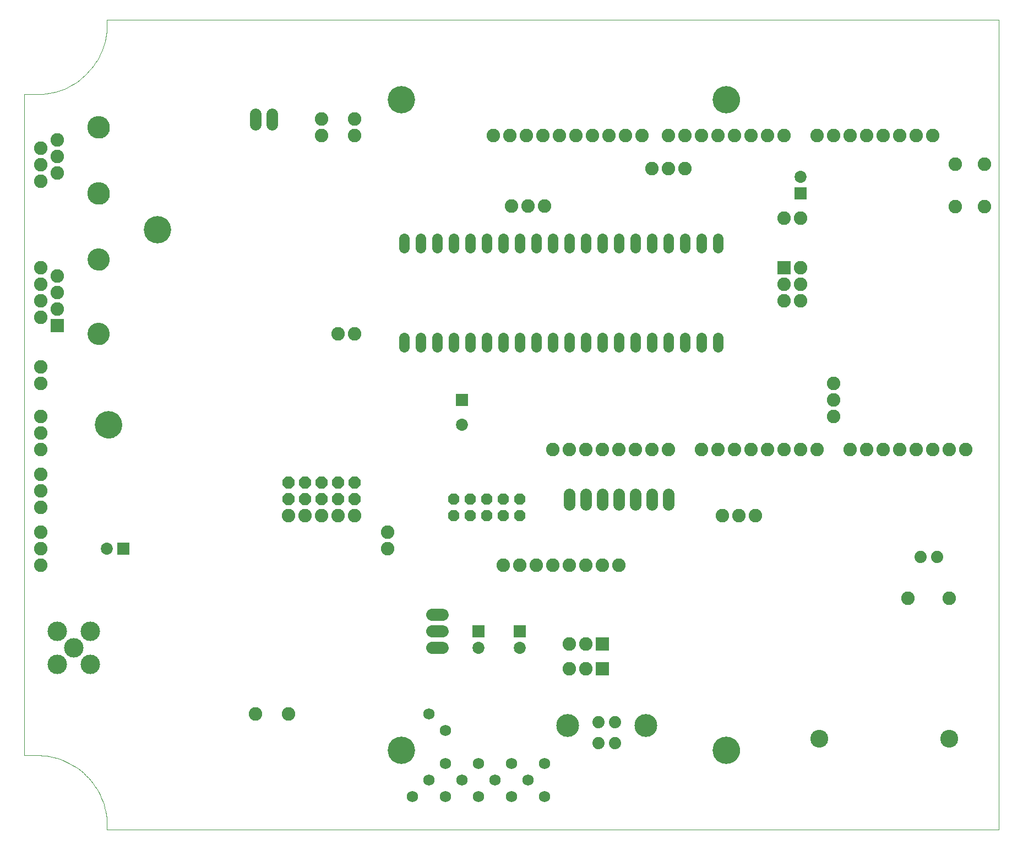
<source format=gbs>
G75*
G70*
%OFA0B0*%
%FSLAX24Y24*%
%IPPOS*%
%LPD*%
%AMOC8*
5,1,8,0,0,1.08239X$1,22.5*
%
%ADD10C,0.0640*%
%ADD11C,0.0820*%
%ADD12C,0.0740*%
%ADD13C,0.1386*%
%ADD14R,0.0730X0.0730*%
%ADD15C,0.0730*%
%ADD16C,0.1080*%
%ADD17OC8,0.0680*%
%ADD18C,0.0714*%
%ADD19R,0.0820X0.0820*%
%ADD20C,0.0720*%
%ADD21C,0.1180*%
%ADD22OC8,0.0720*%
%ADD23C,0.0000*%
%ADD24C,0.1340*%
%ADD25C,0.1360*%
%ADD26C,0.1655*%
%ADD27C,0.0680*%
D10*
X026175Y032395D02*
X026175Y032955D01*
X027175Y032955D02*
X027175Y032395D01*
X028175Y032395D02*
X028175Y032955D01*
X029175Y032955D02*
X029175Y032395D01*
X030175Y032395D02*
X030175Y032955D01*
X031175Y032955D02*
X031175Y032395D01*
X032175Y032395D02*
X032175Y032955D01*
X033175Y032955D02*
X033175Y032395D01*
X034175Y032395D02*
X034175Y032955D01*
X035175Y032955D02*
X035175Y032395D01*
X036175Y032395D02*
X036175Y032955D01*
X037175Y032955D02*
X037175Y032395D01*
X038175Y032395D02*
X038175Y032955D01*
X039175Y032955D02*
X039175Y032395D01*
X040175Y032395D02*
X040175Y032955D01*
X041175Y032955D02*
X041175Y032395D01*
X042175Y032395D02*
X042175Y032955D01*
X043175Y032955D02*
X043175Y032395D01*
X044175Y032395D02*
X044175Y032955D01*
X045175Y032955D02*
X045175Y032395D01*
X045175Y038395D02*
X045175Y038955D01*
X044175Y038955D02*
X044175Y038395D01*
X043175Y038395D02*
X043175Y038955D01*
X042175Y038955D02*
X042175Y038395D01*
X041175Y038395D02*
X041175Y038955D01*
X040175Y038955D02*
X040175Y038395D01*
X039175Y038395D02*
X039175Y038955D01*
X038175Y038955D02*
X038175Y038395D01*
X037175Y038395D02*
X037175Y038955D01*
X036175Y038955D02*
X036175Y038395D01*
X035175Y038395D02*
X035175Y038955D01*
X034175Y038955D02*
X034175Y038395D01*
X033175Y038395D02*
X033175Y038955D01*
X032175Y038955D02*
X032175Y038395D01*
X031175Y038395D02*
X031175Y038955D01*
X030175Y038955D02*
X030175Y038395D01*
X029175Y038395D02*
X029175Y038955D01*
X028175Y038955D02*
X028175Y038395D01*
X027175Y038395D02*
X027175Y038955D01*
X026175Y038955D02*
X026175Y038395D01*
D11*
X032675Y040925D03*
X033675Y040925D03*
X034675Y040925D03*
X034575Y045175D03*
X033575Y045175D03*
X032575Y045175D03*
X031575Y045175D03*
X035575Y045175D03*
X036575Y045175D03*
X037575Y045175D03*
X038575Y045175D03*
X039575Y045175D03*
X040575Y045175D03*
X042175Y045175D03*
X043175Y045175D03*
X044175Y045175D03*
X045175Y045175D03*
X046175Y045175D03*
X047175Y045175D03*
X048175Y045175D03*
X049175Y045175D03*
X051175Y045175D03*
X052175Y045175D03*
X053175Y045175D03*
X054175Y045175D03*
X055175Y045175D03*
X056175Y045175D03*
X057175Y045175D03*
X058175Y045175D03*
X059535Y043455D03*
X061315Y043455D03*
X061315Y040895D03*
X059535Y040895D03*
X050175Y040175D03*
X049175Y040175D03*
X050175Y037175D03*
X050175Y036175D03*
X049175Y036175D03*
X049175Y035175D03*
X050175Y035175D03*
X052175Y030175D03*
X052175Y029175D03*
X052175Y028175D03*
X051175Y026175D03*
X050175Y026175D03*
X049175Y026175D03*
X048175Y026175D03*
X047175Y026175D03*
X046175Y026175D03*
X045175Y026175D03*
X044175Y026175D03*
X042175Y026175D03*
X041175Y026175D03*
X040175Y026175D03*
X039175Y026175D03*
X038175Y026175D03*
X037175Y026175D03*
X036175Y026175D03*
X035175Y026175D03*
X045425Y022175D03*
X046425Y022175D03*
X047425Y022175D03*
X053175Y026175D03*
X054175Y026175D03*
X055175Y026175D03*
X056175Y026175D03*
X057175Y026175D03*
X058175Y026175D03*
X059175Y026175D03*
X060175Y026175D03*
X059175Y017175D03*
X056675Y017175D03*
X039175Y019175D03*
X038175Y019175D03*
X037175Y019175D03*
X036175Y019175D03*
X035175Y019175D03*
X034175Y019175D03*
X033175Y019175D03*
X032175Y019175D03*
X036175Y014425D03*
X037175Y014425D03*
X037175Y012925D03*
X036175Y012925D03*
X025175Y020175D03*
X025175Y021175D03*
X023175Y022175D03*
X022175Y022175D03*
X021175Y022175D03*
X020175Y022175D03*
X019175Y022175D03*
X004175Y022675D03*
X004175Y023675D03*
X004175Y024675D03*
X004175Y026175D03*
X004175Y027175D03*
X004175Y028175D03*
X004175Y030175D03*
X004175Y031175D03*
X004175Y034175D03*
X005175Y034675D03*
X004175Y035175D03*
X005175Y035675D03*
X004175Y036175D03*
X005175Y036675D03*
X004175Y037175D03*
X004175Y042425D03*
X005175Y042925D03*
X004175Y043425D03*
X005175Y043925D03*
X004175Y044425D03*
X005175Y044925D03*
X021175Y045175D03*
X021175Y046175D03*
X023175Y046175D03*
X023175Y045175D03*
X041175Y043175D03*
X042175Y043175D03*
X043175Y043175D03*
X023175Y033175D03*
X022175Y033175D03*
X004175Y021175D03*
X004175Y020175D03*
X004175Y019175D03*
X017175Y010175D03*
X019175Y010175D03*
D12*
X037933Y009675D03*
X038917Y009675D03*
X038917Y008415D03*
X037933Y008415D03*
X057425Y019675D03*
X058425Y019675D03*
D13*
X040795Y009478D03*
X036055Y009478D03*
D14*
X033175Y015175D03*
X030675Y015175D03*
X009175Y020175D03*
X029675Y029175D03*
X050175Y041675D03*
D15*
X050175Y042675D03*
X029675Y027675D03*
X008175Y020175D03*
X030675Y014175D03*
X033175Y014175D03*
D16*
X051301Y008675D03*
X059175Y008675D03*
D17*
X033175Y022175D03*
X033175Y023175D03*
X032175Y023175D03*
X032175Y022175D03*
X031175Y022175D03*
X031175Y023175D03*
X030175Y023175D03*
X030175Y022175D03*
X029175Y022175D03*
X029175Y023175D03*
D18*
X036175Y022858D02*
X036175Y023492D01*
X037175Y023492D02*
X037175Y022858D01*
X038175Y022858D02*
X038175Y023492D01*
X039175Y023492D02*
X039175Y022858D01*
X040175Y022858D02*
X040175Y023492D01*
X041175Y023492D02*
X041175Y022858D01*
X042175Y022858D02*
X042175Y023492D01*
X018175Y045858D02*
X018175Y046492D01*
X017175Y046492D02*
X017175Y045858D01*
D19*
X005175Y033675D03*
X038175Y014425D03*
X038175Y012925D03*
X049175Y037175D03*
D20*
X028495Y016175D02*
X027855Y016175D01*
X027855Y015175D02*
X028495Y015175D01*
X028495Y014175D02*
X027855Y014175D01*
D21*
X007175Y013175D03*
X006175Y014175D03*
X005175Y013175D03*
X005175Y015175D03*
X007175Y015175D03*
D22*
X019175Y023175D03*
X019175Y024175D03*
X020175Y024175D03*
X021175Y024175D03*
X022175Y024175D03*
X023175Y024175D03*
X023175Y023175D03*
X022175Y023175D03*
X021175Y023175D03*
X020175Y023175D03*
D23*
X003675Y007675D02*
X003884Y007682D01*
X004093Y007679D01*
X004301Y007665D01*
X004509Y007642D01*
X004715Y007608D01*
X004919Y007564D01*
X005121Y007510D01*
X005320Y007447D01*
X005516Y007374D01*
X005708Y007291D01*
X005895Y007199D01*
X006078Y007097D01*
X006256Y006987D01*
X006428Y006869D01*
X006594Y006742D01*
X006753Y006607D01*
X006906Y006464D01*
X007051Y006314D01*
X007189Y006157D01*
X007320Y005994D01*
X007442Y005824D01*
X007555Y005649D01*
X007660Y005468D01*
X007756Y005282D01*
X007842Y005092D01*
X007919Y004898D01*
X007987Y004700D01*
X008044Y004499D01*
X008092Y004296D01*
X008130Y004090D01*
X008157Y003883D01*
X008175Y003675D01*
X008175Y003175D01*
X062175Y003175D01*
X062175Y052175D01*
X008175Y052175D01*
X008175Y051675D01*
X008158Y051473D01*
X008132Y051272D01*
X008096Y051073D01*
X008051Y050875D01*
X007996Y050680D01*
X007932Y050488D01*
X007859Y050299D01*
X007777Y050113D01*
X007687Y049932D01*
X007588Y049756D01*
X007480Y049584D01*
X007365Y049417D01*
X007242Y049256D01*
X007111Y049102D01*
X006973Y048953D01*
X006828Y048811D01*
X006677Y048677D01*
X006519Y048550D01*
X006355Y048430D01*
X006186Y048318D01*
X006012Y048215D01*
X005833Y048120D01*
X005650Y048033D01*
X005463Y047956D01*
X005272Y047887D01*
X005079Y047827D01*
X004882Y047777D01*
X004684Y047736D01*
X004484Y047705D01*
X004282Y047683D01*
X004080Y047671D01*
X003878Y047668D01*
X003675Y047675D01*
X003175Y047675D01*
X003175Y007675D01*
X003675Y007675D01*
X025203Y007990D02*
X025205Y008046D01*
X025211Y008101D01*
X025221Y008155D01*
X025234Y008209D01*
X025252Y008262D01*
X025273Y008313D01*
X025297Y008363D01*
X025325Y008411D01*
X025357Y008457D01*
X025391Y008501D01*
X025429Y008542D01*
X025469Y008580D01*
X025512Y008615D01*
X025557Y008647D01*
X025605Y008676D01*
X025654Y008702D01*
X025705Y008724D01*
X025757Y008742D01*
X025811Y008756D01*
X025866Y008767D01*
X025921Y008774D01*
X025976Y008777D01*
X026032Y008776D01*
X026087Y008771D01*
X026142Y008762D01*
X026196Y008750D01*
X026249Y008733D01*
X026301Y008713D01*
X026351Y008689D01*
X026399Y008662D01*
X026446Y008632D01*
X026490Y008598D01*
X026532Y008561D01*
X026570Y008521D01*
X026607Y008479D01*
X026640Y008434D01*
X026669Y008388D01*
X026696Y008339D01*
X026718Y008288D01*
X026738Y008236D01*
X026753Y008182D01*
X026765Y008128D01*
X026773Y008073D01*
X026777Y008018D01*
X026777Y007962D01*
X026773Y007907D01*
X026765Y007852D01*
X026753Y007798D01*
X026738Y007744D01*
X026718Y007692D01*
X026696Y007641D01*
X026669Y007592D01*
X026640Y007546D01*
X026607Y007501D01*
X026570Y007459D01*
X026532Y007419D01*
X026490Y007382D01*
X026446Y007348D01*
X026399Y007318D01*
X026351Y007291D01*
X026301Y007267D01*
X026249Y007247D01*
X026196Y007230D01*
X026142Y007218D01*
X026087Y007209D01*
X026032Y007204D01*
X025976Y007203D01*
X025921Y007206D01*
X025866Y007213D01*
X025811Y007224D01*
X025757Y007238D01*
X025705Y007256D01*
X025654Y007278D01*
X025605Y007304D01*
X025557Y007333D01*
X025512Y007365D01*
X025469Y007400D01*
X025429Y007438D01*
X025391Y007479D01*
X025357Y007523D01*
X025325Y007569D01*
X025297Y007617D01*
X025273Y007667D01*
X025252Y007718D01*
X025234Y007771D01*
X025221Y007825D01*
X025211Y007879D01*
X025205Y007934D01*
X025203Y007990D01*
X044888Y007990D02*
X044890Y008046D01*
X044896Y008101D01*
X044906Y008155D01*
X044919Y008209D01*
X044937Y008262D01*
X044958Y008313D01*
X044982Y008363D01*
X045010Y008411D01*
X045042Y008457D01*
X045076Y008501D01*
X045114Y008542D01*
X045154Y008580D01*
X045197Y008615D01*
X045242Y008647D01*
X045290Y008676D01*
X045339Y008702D01*
X045390Y008724D01*
X045442Y008742D01*
X045496Y008756D01*
X045551Y008767D01*
X045606Y008774D01*
X045661Y008777D01*
X045717Y008776D01*
X045772Y008771D01*
X045827Y008762D01*
X045881Y008750D01*
X045934Y008733D01*
X045986Y008713D01*
X046036Y008689D01*
X046084Y008662D01*
X046131Y008632D01*
X046175Y008598D01*
X046217Y008561D01*
X046255Y008521D01*
X046292Y008479D01*
X046325Y008434D01*
X046354Y008388D01*
X046381Y008339D01*
X046403Y008288D01*
X046423Y008236D01*
X046438Y008182D01*
X046450Y008128D01*
X046458Y008073D01*
X046462Y008018D01*
X046462Y007962D01*
X046458Y007907D01*
X046450Y007852D01*
X046438Y007798D01*
X046423Y007744D01*
X046403Y007692D01*
X046381Y007641D01*
X046354Y007592D01*
X046325Y007546D01*
X046292Y007501D01*
X046255Y007459D01*
X046217Y007419D01*
X046175Y007382D01*
X046131Y007348D01*
X046084Y007318D01*
X046036Y007291D01*
X045986Y007267D01*
X045934Y007247D01*
X045881Y007230D01*
X045827Y007218D01*
X045772Y007209D01*
X045717Y007204D01*
X045661Y007203D01*
X045606Y007206D01*
X045551Y007213D01*
X045496Y007224D01*
X045442Y007238D01*
X045390Y007256D01*
X045339Y007278D01*
X045290Y007304D01*
X045242Y007333D01*
X045197Y007365D01*
X045154Y007400D01*
X045114Y007438D01*
X045076Y007479D01*
X045042Y007523D01*
X045010Y007569D01*
X044982Y007617D01*
X044958Y007667D01*
X044937Y007718D01*
X044919Y007771D01*
X044906Y007825D01*
X044896Y007879D01*
X044890Y007934D01*
X044888Y007990D01*
X007486Y027675D02*
X007488Y027731D01*
X007494Y027786D01*
X007504Y027840D01*
X007517Y027894D01*
X007535Y027947D01*
X007556Y027998D01*
X007580Y028048D01*
X007608Y028096D01*
X007640Y028142D01*
X007674Y028186D01*
X007712Y028227D01*
X007752Y028265D01*
X007795Y028300D01*
X007840Y028332D01*
X007888Y028361D01*
X007937Y028387D01*
X007988Y028409D01*
X008040Y028427D01*
X008094Y028441D01*
X008149Y028452D01*
X008204Y028459D01*
X008259Y028462D01*
X008315Y028461D01*
X008370Y028456D01*
X008425Y028447D01*
X008479Y028435D01*
X008532Y028418D01*
X008584Y028398D01*
X008634Y028374D01*
X008682Y028347D01*
X008729Y028317D01*
X008773Y028283D01*
X008815Y028246D01*
X008853Y028206D01*
X008890Y028164D01*
X008923Y028119D01*
X008952Y028073D01*
X008979Y028024D01*
X009001Y027973D01*
X009021Y027921D01*
X009036Y027867D01*
X009048Y027813D01*
X009056Y027758D01*
X009060Y027703D01*
X009060Y027647D01*
X009056Y027592D01*
X009048Y027537D01*
X009036Y027483D01*
X009021Y027429D01*
X009001Y027377D01*
X008979Y027326D01*
X008952Y027277D01*
X008923Y027231D01*
X008890Y027186D01*
X008853Y027144D01*
X008815Y027104D01*
X008773Y027067D01*
X008729Y027033D01*
X008682Y027003D01*
X008634Y026976D01*
X008584Y026952D01*
X008532Y026932D01*
X008479Y026915D01*
X008425Y026903D01*
X008370Y026894D01*
X008315Y026889D01*
X008259Y026888D01*
X008204Y026891D01*
X008149Y026898D01*
X008094Y026909D01*
X008040Y026923D01*
X007988Y026941D01*
X007937Y026963D01*
X007888Y026989D01*
X007840Y027018D01*
X007795Y027050D01*
X007752Y027085D01*
X007712Y027123D01*
X007674Y027164D01*
X007640Y027208D01*
X007608Y027254D01*
X007580Y027302D01*
X007556Y027352D01*
X007535Y027403D01*
X007517Y027456D01*
X007504Y027510D01*
X007494Y027564D01*
X007488Y027619D01*
X007486Y027675D01*
X007045Y033175D02*
X007047Y033225D01*
X007053Y033275D01*
X007063Y033324D01*
X007077Y033372D01*
X007094Y033419D01*
X007115Y033464D01*
X007140Y033508D01*
X007168Y033549D01*
X007200Y033588D01*
X007234Y033625D01*
X007271Y033659D01*
X007311Y033689D01*
X007353Y033716D01*
X007397Y033740D01*
X007443Y033761D01*
X007490Y033777D01*
X007538Y033790D01*
X007588Y033799D01*
X007637Y033804D01*
X007688Y033805D01*
X007738Y033802D01*
X007787Y033795D01*
X007836Y033784D01*
X007884Y033769D01*
X007930Y033751D01*
X007975Y033729D01*
X008018Y033703D01*
X008059Y033674D01*
X008098Y033642D01*
X008134Y033607D01*
X008166Y033569D01*
X008196Y033529D01*
X008223Y033486D01*
X008246Y033442D01*
X008265Y033396D01*
X008281Y033348D01*
X008293Y033299D01*
X008301Y033250D01*
X008305Y033200D01*
X008305Y033150D01*
X008301Y033100D01*
X008293Y033051D01*
X008281Y033002D01*
X008265Y032954D01*
X008246Y032908D01*
X008223Y032864D01*
X008196Y032821D01*
X008166Y032781D01*
X008134Y032743D01*
X008098Y032708D01*
X008059Y032676D01*
X008018Y032647D01*
X007975Y032621D01*
X007930Y032599D01*
X007884Y032581D01*
X007836Y032566D01*
X007787Y032555D01*
X007738Y032548D01*
X007688Y032545D01*
X007637Y032546D01*
X007588Y032551D01*
X007538Y032560D01*
X007490Y032573D01*
X007443Y032589D01*
X007397Y032610D01*
X007353Y032634D01*
X007311Y032661D01*
X007271Y032691D01*
X007234Y032725D01*
X007200Y032762D01*
X007168Y032801D01*
X007140Y032842D01*
X007115Y032886D01*
X007094Y032931D01*
X007077Y032978D01*
X007063Y033026D01*
X007053Y033075D01*
X007047Y033125D01*
X007045Y033175D01*
X007045Y037675D02*
X007047Y037725D01*
X007053Y037775D01*
X007063Y037824D01*
X007077Y037872D01*
X007094Y037919D01*
X007115Y037964D01*
X007140Y038008D01*
X007168Y038049D01*
X007200Y038088D01*
X007234Y038125D01*
X007271Y038159D01*
X007311Y038189D01*
X007353Y038216D01*
X007397Y038240D01*
X007443Y038261D01*
X007490Y038277D01*
X007538Y038290D01*
X007588Y038299D01*
X007637Y038304D01*
X007688Y038305D01*
X007738Y038302D01*
X007787Y038295D01*
X007836Y038284D01*
X007884Y038269D01*
X007930Y038251D01*
X007975Y038229D01*
X008018Y038203D01*
X008059Y038174D01*
X008098Y038142D01*
X008134Y038107D01*
X008166Y038069D01*
X008196Y038029D01*
X008223Y037986D01*
X008246Y037942D01*
X008265Y037896D01*
X008281Y037848D01*
X008293Y037799D01*
X008301Y037750D01*
X008305Y037700D01*
X008305Y037650D01*
X008301Y037600D01*
X008293Y037551D01*
X008281Y037502D01*
X008265Y037454D01*
X008246Y037408D01*
X008223Y037364D01*
X008196Y037321D01*
X008166Y037281D01*
X008134Y037243D01*
X008098Y037208D01*
X008059Y037176D01*
X008018Y037147D01*
X007975Y037121D01*
X007930Y037099D01*
X007884Y037081D01*
X007836Y037066D01*
X007787Y037055D01*
X007738Y037048D01*
X007688Y037045D01*
X007637Y037046D01*
X007588Y037051D01*
X007538Y037060D01*
X007490Y037073D01*
X007443Y037089D01*
X007397Y037110D01*
X007353Y037134D01*
X007311Y037161D01*
X007271Y037191D01*
X007234Y037225D01*
X007200Y037262D01*
X007168Y037301D01*
X007140Y037342D01*
X007115Y037386D01*
X007094Y037431D01*
X007077Y037478D01*
X007063Y037526D01*
X007053Y037575D01*
X007047Y037625D01*
X007045Y037675D01*
X010439Y039486D02*
X010441Y039542D01*
X010447Y039597D01*
X010457Y039651D01*
X010470Y039705D01*
X010488Y039758D01*
X010509Y039809D01*
X010533Y039859D01*
X010561Y039907D01*
X010593Y039953D01*
X010627Y039997D01*
X010665Y040038D01*
X010705Y040076D01*
X010748Y040111D01*
X010793Y040143D01*
X010841Y040172D01*
X010890Y040198D01*
X010941Y040220D01*
X010993Y040238D01*
X011047Y040252D01*
X011102Y040263D01*
X011157Y040270D01*
X011212Y040273D01*
X011268Y040272D01*
X011323Y040267D01*
X011378Y040258D01*
X011432Y040246D01*
X011485Y040229D01*
X011537Y040209D01*
X011587Y040185D01*
X011635Y040158D01*
X011682Y040128D01*
X011726Y040094D01*
X011768Y040057D01*
X011806Y040017D01*
X011843Y039975D01*
X011876Y039930D01*
X011905Y039884D01*
X011932Y039835D01*
X011954Y039784D01*
X011974Y039732D01*
X011989Y039678D01*
X012001Y039624D01*
X012009Y039569D01*
X012013Y039514D01*
X012013Y039458D01*
X012009Y039403D01*
X012001Y039348D01*
X011989Y039294D01*
X011974Y039240D01*
X011954Y039188D01*
X011932Y039137D01*
X011905Y039088D01*
X011876Y039042D01*
X011843Y038997D01*
X011806Y038955D01*
X011768Y038915D01*
X011726Y038878D01*
X011682Y038844D01*
X011635Y038814D01*
X011587Y038787D01*
X011537Y038763D01*
X011485Y038743D01*
X011432Y038726D01*
X011378Y038714D01*
X011323Y038705D01*
X011268Y038700D01*
X011212Y038699D01*
X011157Y038702D01*
X011102Y038709D01*
X011047Y038720D01*
X010993Y038734D01*
X010941Y038752D01*
X010890Y038774D01*
X010841Y038800D01*
X010793Y038829D01*
X010748Y038861D01*
X010705Y038896D01*
X010665Y038934D01*
X010627Y038975D01*
X010593Y039019D01*
X010561Y039065D01*
X010533Y039113D01*
X010509Y039163D01*
X010488Y039214D01*
X010470Y039267D01*
X010457Y039321D01*
X010447Y039375D01*
X010441Y039430D01*
X010439Y039486D01*
X007035Y041675D02*
X007037Y041725D01*
X007043Y041775D01*
X007053Y041824D01*
X007066Y041873D01*
X007084Y041920D01*
X007105Y041966D01*
X007129Y042009D01*
X007157Y042051D01*
X007188Y042091D01*
X007222Y042128D01*
X007259Y042162D01*
X007299Y042193D01*
X007341Y042221D01*
X007384Y042245D01*
X007430Y042266D01*
X007477Y042284D01*
X007526Y042297D01*
X007575Y042307D01*
X007625Y042313D01*
X007675Y042315D01*
X007725Y042313D01*
X007775Y042307D01*
X007824Y042297D01*
X007873Y042284D01*
X007920Y042266D01*
X007966Y042245D01*
X008009Y042221D01*
X008051Y042193D01*
X008091Y042162D01*
X008128Y042128D01*
X008162Y042091D01*
X008193Y042051D01*
X008221Y042009D01*
X008245Y041966D01*
X008266Y041920D01*
X008284Y041873D01*
X008297Y041824D01*
X008307Y041775D01*
X008313Y041725D01*
X008315Y041675D01*
X008313Y041625D01*
X008307Y041575D01*
X008297Y041526D01*
X008284Y041477D01*
X008266Y041430D01*
X008245Y041384D01*
X008221Y041341D01*
X008193Y041299D01*
X008162Y041259D01*
X008128Y041222D01*
X008091Y041188D01*
X008051Y041157D01*
X008009Y041129D01*
X007966Y041105D01*
X007920Y041084D01*
X007873Y041066D01*
X007824Y041053D01*
X007775Y041043D01*
X007725Y041037D01*
X007675Y041035D01*
X007625Y041037D01*
X007575Y041043D01*
X007526Y041053D01*
X007477Y041066D01*
X007430Y041084D01*
X007384Y041105D01*
X007341Y041129D01*
X007299Y041157D01*
X007259Y041188D01*
X007222Y041222D01*
X007188Y041259D01*
X007157Y041299D01*
X007129Y041341D01*
X007105Y041384D01*
X007084Y041430D01*
X007066Y041477D01*
X007053Y041526D01*
X007043Y041575D01*
X007037Y041625D01*
X007035Y041675D01*
X007035Y045675D02*
X007037Y045725D01*
X007043Y045775D01*
X007053Y045824D01*
X007066Y045873D01*
X007084Y045920D01*
X007105Y045966D01*
X007129Y046009D01*
X007157Y046051D01*
X007188Y046091D01*
X007222Y046128D01*
X007259Y046162D01*
X007299Y046193D01*
X007341Y046221D01*
X007384Y046245D01*
X007430Y046266D01*
X007477Y046284D01*
X007526Y046297D01*
X007575Y046307D01*
X007625Y046313D01*
X007675Y046315D01*
X007725Y046313D01*
X007775Y046307D01*
X007824Y046297D01*
X007873Y046284D01*
X007920Y046266D01*
X007966Y046245D01*
X008009Y046221D01*
X008051Y046193D01*
X008091Y046162D01*
X008128Y046128D01*
X008162Y046091D01*
X008193Y046051D01*
X008221Y046009D01*
X008245Y045966D01*
X008266Y045920D01*
X008284Y045873D01*
X008297Y045824D01*
X008307Y045775D01*
X008313Y045725D01*
X008315Y045675D01*
X008313Y045625D01*
X008307Y045575D01*
X008297Y045526D01*
X008284Y045477D01*
X008266Y045430D01*
X008245Y045384D01*
X008221Y045341D01*
X008193Y045299D01*
X008162Y045259D01*
X008128Y045222D01*
X008091Y045188D01*
X008051Y045157D01*
X008009Y045129D01*
X007966Y045105D01*
X007920Y045084D01*
X007873Y045066D01*
X007824Y045053D01*
X007775Y045043D01*
X007725Y045037D01*
X007675Y045035D01*
X007625Y045037D01*
X007575Y045043D01*
X007526Y045053D01*
X007477Y045066D01*
X007430Y045084D01*
X007384Y045105D01*
X007341Y045129D01*
X007299Y045157D01*
X007259Y045188D01*
X007222Y045222D01*
X007188Y045259D01*
X007157Y045299D01*
X007129Y045341D01*
X007105Y045384D01*
X007084Y045430D01*
X007066Y045477D01*
X007053Y045526D01*
X007043Y045575D01*
X007037Y045625D01*
X007035Y045675D01*
X025203Y047360D02*
X025205Y047416D01*
X025211Y047471D01*
X025221Y047525D01*
X025234Y047579D01*
X025252Y047632D01*
X025273Y047683D01*
X025297Y047733D01*
X025325Y047781D01*
X025357Y047827D01*
X025391Y047871D01*
X025429Y047912D01*
X025469Y047950D01*
X025512Y047985D01*
X025557Y048017D01*
X025605Y048046D01*
X025654Y048072D01*
X025705Y048094D01*
X025757Y048112D01*
X025811Y048126D01*
X025866Y048137D01*
X025921Y048144D01*
X025976Y048147D01*
X026032Y048146D01*
X026087Y048141D01*
X026142Y048132D01*
X026196Y048120D01*
X026249Y048103D01*
X026301Y048083D01*
X026351Y048059D01*
X026399Y048032D01*
X026446Y048002D01*
X026490Y047968D01*
X026532Y047931D01*
X026570Y047891D01*
X026607Y047849D01*
X026640Y047804D01*
X026669Y047758D01*
X026696Y047709D01*
X026718Y047658D01*
X026738Y047606D01*
X026753Y047552D01*
X026765Y047498D01*
X026773Y047443D01*
X026777Y047388D01*
X026777Y047332D01*
X026773Y047277D01*
X026765Y047222D01*
X026753Y047168D01*
X026738Y047114D01*
X026718Y047062D01*
X026696Y047011D01*
X026669Y046962D01*
X026640Y046916D01*
X026607Y046871D01*
X026570Y046829D01*
X026532Y046789D01*
X026490Y046752D01*
X026446Y046718D01*
X026399Y046688D01*
X026351Y046661D01*
X026301Y046637D01*
X026249Y046617D01*
X026196Y046600D01*
X026142Y046588D01*
X026087Y046579D01*
X026032Y046574D01*
X025976Y046573D01*
X025921Y046576D01*
X025866Y046583D01*
X025811Y046594D01*
X025757Y046608D01*
X025705Y046626D01*
X025654Y046648D01*
X025605Y046674D01*
X025557Y046703D01*
X025512Y046735D01*
X025469Y046770D01*
X025429Y046808D01*
X025391Y046849D01*
X025357Y046893D01*
X025325Y046939D01*
X025297Y046987D01*
X025273Y047037D01*
X025252Y047088D01*
X025234Y047141D01*
X025221Y047195D01*
X025211Y047249D01*
X025205Y047304D01*
X025203Y047360D01*
X044888Y047360D02*
X044890Y047416D01*
X044896Y047471D01*
X044906Y047525D01*
X044919Y047579D01*
X044937Y047632D01*
X044958Y047683D01*
X044982Y047733D01*
X045010Y047781D01*
X045042Y047827D01*
X045076Y047871D01*
X045114Y047912D01*
X045154Y047950D01*
X045197Y047985D01*
X045242Y048017D01*
X045290Y048046D01*
X045339Y048072D01*
X045390Y048094D01*
X045442Y048112D01*
X045496Y048126D01*
X045551Y048137D01*
X045606Y048144D01*
X045661Y048147D01*
X045717Y048146D01*
X045772Y048141D01*
X045827Y048132D01*
X045881Y048120D01*
X045934Y048103D01*
X045986Y048083D01*
X046036Y048059D01*
X046084Y048032D01*
X046131Y048002D01*
X046175Y047968D01*
X046217Y047931D01*
X046255Y047891D01*
X046292Y047849D01*
X046325Y047804D01*
X046354Y047758D01*
X046381Y047709D01*
X046403Y047658D01*
X046423Y047606D01*
X046438Y047552D01*
X046450Y047498D01*
X046458Y047443D01*
X046462Y047388D01*
X046462Y047332D01*
X046458Y047277D01*
X046450Y047222D01*
X046438Y047168D01*
X046423Y047114D01*
X046403Y047062D01*
X046381Y047011D01*
X046354Y046962D01*
X046325Y046916D01*
X046292Y046871D01*
X046255Y046829D01*
X046217Y046789D01*
X046175Y046752D01*
X046131Y046718D01*
X046084Y046688D01*
X046036Y046661D01*
X045986Y046637D01*
X045934Y046617D01*
X045881Y046600D01*
X045827Y046588D01*
X045772Y046579D01*
X045717Y046574D01*
X045661Y046573D01*
X045606Y046576D01*
X045551Y046583D01*
X045496Y046594D01*
X045442Y046608D01*
X045390Y046626D01*
X045339Y046648D01*
X045290Y046674D01*
X045242Y046703D01*
X045197Y046735D01*
X045154Y046770D01*
X045114Y046808D01*
X045076Y046849D01*
X045042Y046893D01*
X045010Y046939D01*
X044982Y046987D01*
X044958Y047037D01*
X044937Y047088D01*
X044919Y047141D01*
X044906Y047195D01*
X044896Y047249D01*
X044890Y047304D01*
X044888Y047360D01*
D24*
X007675Y037675D03*
X007675Y033175D03*
D25*
X007675Y041675D03*
X007675Y045675D03*
D26*
X011226Y039486D03*
X025990Y047360D03*
X045675Y047360D03*
X008273Y027675D03*
X025990Y007990D03*
X045675Y007990D03*
D27*
X034675Y007175D03*
X033675Y006175D03*
X032675Y007175D03*
X031675Y006175D03*
X030675Y007175D03*
X029675Y006175D03*
X028675Y007175D03*
X027675Y006175D03*
X026675Y005175D03*
X028675Y005175D03*
X030675Y005175D03*
X032675Y005175D03*
X034675Y005175D03*
X028675Y009175D03*
X027675Y010175D03*
M02*

</source>
